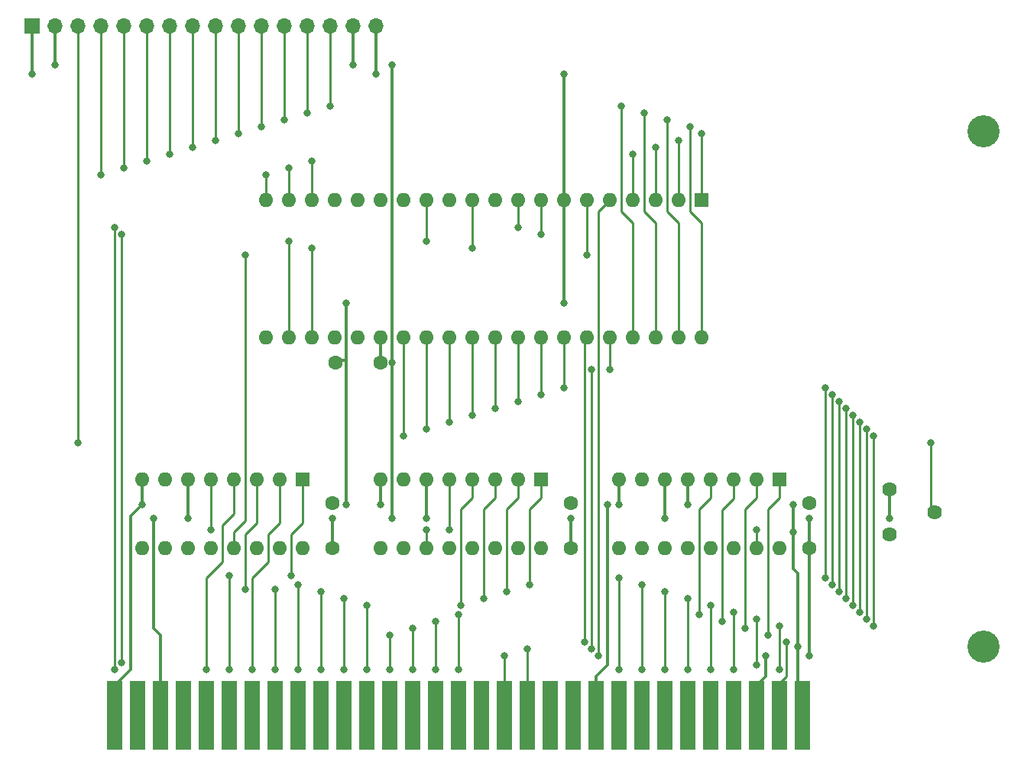
<source format=gbr>
G04 #@! TF.GenerationSoftware,KiCad,Pcbnew,(5.1.8)-1*
G04 #@! TF.CreationDate,2022-04-25T13:15:40-06:00*
G04 #@! TF.ProjectId,LCD 8255,4c434420-3832-4353-952e-6b696361645f,rev?*
G04 #@! TF.SameCoordinates,Original*
G04 #@! TF.FileFunction,Copper,L2,Bot*
G04 #@! TF.FilePolarity,Positive*
%FSLAX46Y46*%
G04 Gerber Fmt 4.6, Leading zero omitted, Abs format (unit mm)*
G04 Created by KiCad (PCBNEW (5.1.8)-1) date 2022-04-25 13:15:40*
%MOMM*%
%LPD*%
G01*
G04 APERTURE LIST*
G04 #@! TA.AperFunction,ConnectorPad*
%ADD10R,1.780000X7.620000*%
G04 #@! TD*
G04 #@! TA.AperFunction,ComponentPad*
%ADD11C,3.556000*%
G04 #@! TD*
G04 #@! TA.AperFunction,ComponentPad*
%ADD12C,1.620000*%
G04 #@! TD*
G04 #@! TA.AperFunction,ComponentPad*
%ADD13O,1.600000X1.600000*%
G04 #@! TD*
G04 #@! TA.AperFunction,ComponentPad*
%ADD14R,1.600000X1.600000*%
G04 #@! TD*
G04 #@! TA.AperFunction,ComponentPad*
%ADD15O,1.700000X1.700000*%
G04 #@! TD*
G04 #@! TA.AperFunction,ComponentPad*
%ADD16R,1.700000X1.700000*%
G04 #@! TD*
G04 #@! TA.AperFunction,ComponentPad*
%ADD17C,1.600000*%
G04 #@! TD*
G04 #@! TA.AperFunction,ViaPad*
%ADD18C,0.800000*%
G04 #@! TD*
G04 #@! TA.AperFunction,Conductor*
%ADD19C,0.330200*%
G04 #@! TD*
G04 #@! TA.AperFunction,Conductor*
%ADD20C,0.250000*%
G04 #@! TD*
G04 APERTURE END LIST*
D10*
G04 #@! TO.P,J1,31*
G04 #@! TO.N,/GND*
X97028000Y-146050000D03*
G04 #@! TO.P,J1,30*
G04 #@! TO.N,Net-(J1-Pad30)*
X99568000Y-146050000D03*
G04 #@! TO.P,J1,29*
G04 #@! TO.N,/5+*
X102108000Y-146050000D03*
G04 #@! TO.P,J1,28*
G04 #@! TO.N,Net-(J1-Pad28)*
X104648000Y-146050000D03*
G04 #@! TO.P,J1,27*
G04 #@! TO.N,Net-(J1-Pad27)*
X107188000Y-146050000D03*
G04 #@! TO.P,J1,26*
G04 #@! TO.N,Net-(J1-Pad26)*
X109728000Y-146050000D03*
G04 #@! TO.P,J1,25*
G04 #@! TO.N,Net-(J1-Pad25)*
X112268000Y-146050000D03*
G04 #@! TO.P,J1,24*
G04 #@! TO.N,Net-(J1-Pad24)*
X114808000Y-146050000D03*
G04 #@! TO.P,J1,23*
G04 #@! TO.N,Net-(J1-Pad23)*
X117348000Y-146050000D03*
G04 #@! TO.P,J1,22*
G04 #@! TO.N,Net-(J1-Pad22)*
X119888000Y-146050000D03*
G04 #@! TO.P,J1,21*
G04 #@! TO.N,Net-(J1-Pad21)*
X122428000Y-146050000D03*
G04 #@! TO.P,J1,20*
G04 #@! TO.N,Net-(J1-Pad20)*
X124968000Y-146050000D03*
G04 #@! TO.P,J1,19*
G04 #@! TO.N,Net-(J1-Pad19)*
X127508000Y-146050000D03*
G04 #@! TO.P,J1,18*
G04 #@! TO.N,Net-(J1-Pad18)*
X130048000Y-146050000D03*
G04 #@! TO.P,J1,17*
G04 #@! TO.N,Net-(J1-Pad17)*
X132588000Y-146050000D03*
G04 #@! TO.P,J1,16*
G04 #@! TO.N,Net-(J1-Pad16)*
X135128000Y-146050000D03*
G04 #@! TO.P,J1,15*
G04 #@! TO.N,Net-(J1-Pad15)*
X137668000Y-146050000D03*
G04 #@! TO.P,J1,14*
G04 #@! TO.N,/IORD*
X140208000Y-146050000D03*
G04 #@! TO.P,J1,13*
G04 #@! TO.N,/IOWR*
X142748000Y-146050000D03*
G04 #@! TO.P,J1,12*
G04 #@! TO.N,Net-(J1-Pad12)*
X145288000Y-146050000D03*
G04 #@! TO.P,J1,11*
G04 #@! TO.N,Net-(J1-Pad11)*
X147828000Y-146050000D03*
G04 #@! TO.P,J1,10*
G04 #@! TO.N,/GND*
X150368000Y-146050000D03*
G04 #@! TO.P,J1,9*
G04 #@! TO.N,Net-(J1-Pad9)*
X152908000Y-146050000D03*
G04 #@! TO.P,J1,8*
G04 #@! TO.N,Net-(J1-Pad8)*
X155448000Y-146050000D03*
G04 #@! TO.P,J1,7*
G04 #@! TO.N,Net-(J1-Pad7)*
X157988000Y-146050000D03*
G04 #@! TO.P,J1,6*
G04 #@! TO.N,Net-(J1-Pad6)*
X160528000Y-146050000D03*
G04 #@! TO.P,J1,5*
G04 #@! TO.N,Net-(J1-Pad5)*
X163068000Y-146050000D03*
G04 #@! TO.P,J1,4*
G04 #@! TO.N,Net-(J1-Pad4)*
X165608000Y-146050000D03*
G04 #@! TO.P,J1,3*
G04 #@! TO.N,/5+*
X168148000Y-146050000D03*
G04 #@! TO.P,J1,2*
G04 #@! TO.N,/RESET*
X170688000Y-146050000D03*
G04 #@! TO.P,J1,1*
G04 #@! TO.N,/GND*
X173228000Y-146050000D03*
G04 #@! TD*
D11*
G04 #@! TO.P,R,1*
G04 #@! TO.N,/GND*
X193294000Y-138430000D03*
G04 #@! TD*
G04 #@! TO.P,R,1*
G04 #@! TO.N,N/C*
X193294000Y-81280000D03*
G04 #@! TD*
D12*
G04 #@! TO.P,RV1,1*
G04 #@! TO.N,/GND*
X182880000Y-125984000D03*
G04 #@! TO.P,RV1,2*
G04 #@! TO.N,/CONTRAST*
X187880000Y-123484000D03*
G04 #@! TO.P,RV1,3*
G04 #@! TO.N,/5+*
X182880000Y-120984000D03*
G04 #@! TD*
D13*
G04 #@! TO.P,U4,40*
G04 #@! TO.N,/PA4*
X162052000Y-104140000D03*
G04 #@! TO.P,U4,20*
G04 #@! TO.N,/LCD_RS*
X113792000Y-88900000D03*
G04 #@! TO.P,U4,39*
G04 #@! TO.N,/PA5*
X159512000Y-104140000D03*
G04 #@! TO.P,U4,19*
G04 #@! TO.N,/LCD_RW*
X116332000Y-88900000D03*
G04 #@! TO.P,U4,38*
G04 #@! TO.N,/PA6*
X156972000Y-104140000D03*
G04 #@! TO.P,U4,18*
G04 #@! TO.N,/LCD_EN*
X118872000Y-88900000D03*
G04 #@! TO.P,U4,37*
G04 #@! TO.N,/PA7*
X154432000Y-104140000D03*
G04 #@! TO.P,U4,17*
G04 #@! TO.N,Net-(U4-Pad17)*
X121412000Y-88900000D03*
G04 #@! TO.P,U4,36*
G04 #@! TO.N,/IOWR*
X151892000Y-104140000D03*
G04 #@! TO.P,U4,16*
G04 #@! TO.N,Net-(U4-Pad16)*
X123952000Y-88900000D03*
G04 #@! TO.P,U4,35*
G04 #@! TO.N,/RESET*
X149352000Y-104140000D03*
G04 #@! TO.P,U4,15*
G04 #@! TO.N,Net-(U4-Pad15)*
X126492000Y-88900000D03*
G04 #@! TO.P,U4,34*
G04 #@! TO.N,/D0*
X146812000Y-104140000D03*
G04 #@! TO.P,U4,14*
G04 #@! TO.N,Net-(U4-Pad14)*
X129032000Y-88900000D03*
G04 #@! TO.P,U4,33*
G04 #@! TO.N,/D1*
X144272000Y-104140000D03*
G04 #@! TO.P,U4,13*
G04 #@! TO.N,/STBA*
X131572000Y-88900000D03*
G04 #@! TO.P,U4,32*
G04 #@! TO.N,/D2*
X141732000Y-104140000D03*
G04 #@! TO.P,U4,12*
G04 #@! TO.N,Net-(U4-Pad12)*
X134112000Y-88900000D03*
G04 #@! TO.P,U4,31*
G04 #@! TO.N,/D3*
X139192000Y-104140000D03*
G04 #@! TO.P,U4,11*
G04 #@! TO.N,/ACKA*
X136652000Y-88900000D03*
G04 #@! TO.P,U4,30*
G04 #@! TO.N,/D4*
X136652000Y-104140000D03*
G04 #@! TO.P,U4,10*
G04 #@! TO.N,Net-(U4-Pad10)*
X139192000Y-88900000D03*
G04 #@! TO.P,U4,29*
G04 #@! TO.N,/D5*
X134112000Y-104140000D03*
G04 #@! TO.P,U4,9*
G04 #@! TO.N,/A0*
X141732000Y-88900000D03*
G04 #@! TO.P,U4,28*
G04 #@! TO.N,/D6*
X131572000Y-104140000D03*
G04 #@! TO.P,U4,8*
G04 #@! TO.N,/A1*
X144272000Y-88900000D03*
G04 #@! TO.P,U4,27*
G04 #@! TO.N,/D7*
X129032000Y-104140000D03*
G04 #@! TO.P,U4,7*
G04 #@! TO.N,/GND*
X146812000Y-88900000D03*
G04 #@! TO.P,U4,26*
G04 #@! TO.N,/5+*
X126492000Y-104140000D03*
G04 #@! TO.P,U4,6*
G04 #@! TO.N,/0X044X*
X149352000Y-88900000D03*
G04 #@! TO.P,U4,25*
G04 #@! TO.N,Net-(U4-Pad25)*
X123952000Y-104140000D03*
G04 #@! TO.P,U4,5*
G04 #@! TO.N,/IORD*
X151892000Y-88900000D03*
G04 #@! TO.P,U4,24*
G04 #@! TO.N,Net-(U4-Pad24)*
X121412000Y-104140000D03*
G04 #@! TO.P,U4,4*
G04 #@! TO.N,/PA0*
X154432000Y-88900000D03*
G04 #@! TO.P,U4,23*
G04 #@! TO.N,/ACKA*
X118872000Y-104140000D03*
G04 #@! TO.P,U4,3*
G04 #@! TO.N,/PA1*
X156972000Y-88900000D03*
G04 #@! TO.P,U4,22*
G04 #@! TO.N,/STBA*
X116332000Y-104140000D03*
G04 #@! TO.P,U4,2*
G04 #@! TO.N,/PA2*
X159512000Y-88900000D03*
G04 #@! TO.P,U4,21*
G04 #@! TO.N,Net-(U4-Pad21)*
X113792000Y-104140000D03*
D14*
G04 #@! TO.P,U4,1*
G04 #@! TO.N,/PA3*
X162052000Y-88900000D03*
G04 #@! TD*
D13*
G04 #@! TO.P,U3,16*
G04 #@! TO.N,/5+*
X117856000Y-127508000D03*
G04 #@! TO.P,U3,8*
G04 #@! TO.N,/GND*
X100076000Y-119888000D03*
G04 #@! TO.P,U3,15*
G04 #@! TO.N,Net-(U3-Pad15)*
X115316000Y-127508000D03*
G04 #@! TO.P,U3,7*
G04 #@! TO.N,Net-(U3-Pad7)*
X102616000Y-119888000D03*
G04 #@! TO.P,U3,14*
G04 #@! TO.N,Net-(U3-Pad14)*
X112776000Y-127508000D03*
G04 #@! TO.P,U3,6*
G04 #@! TO.N,/5+*
X105156000Y-119888000D03*
G04 #@! TO.P,U3,13*
G04 #@! TO.N,/0X044X*
X110236000Y-127508000D03*
G04 #@! TO.P,U3,5*
G04 #@! TO.N,/0X04XX*
X107696000Y-119888000D03*
G04 #@! TO.P,U3,12*
G04 #@! TO.N,Net-(U3-Pad12)*
X107696000Y-127508000D03*
G04 #@! TO.P,U3,4*
G04 #@! TO.N,/A4*
X110236000Y-119888000D03*
G04 #@! TO.P,U3,11*
G04 #@! TO.N,Net-(U3-Pad11)*
X105156000Y-127508000D03*
G04 #@! TO.P,U3,3*
G04 #@! TO.N,/A7*
X112776000Y-119888000D03*
G04 #@! TO.P,U3,10*
G04 #@! TO.N,Net-(U3-Pad10)*
X102616000Y-127508000D03*
G04 #@! TO.P,U3,2*
G04 #@! TO.N,/A6*
X115316000Y-119888000D03*
G04 #@! TO.P,U3,9*
G04 #@! TO.N,Net-(U3-Pad9)*
X100076000Y-127508000D03*
D14*
G04 #@! TO.P,U3,1*
G04 #@! TO.N,/A5*
X117856000Y-119888000D03*
G04 #@! TD*
D13*
G04 #@! TO.P,U2,16*
G04 #@! TO.N,/5+*
X144272000Y-127508000D03*
G04 #@! TO.P,U2,8*
G04 #@! TO.N,/GND*
X126492000Y-119888000D03*
G04 #@! TO.P,U2,15*
G04 #@! TO.N,Net-(U2-Pad15)*
X141732000Y-127508000D03*
G04 #@! TO.P,U2,7*
G04 #@! TO.N,Net-(U2-Pad7)*
X129032000Y-119888000D03*
G04 #@! TO.P,U2,14*
G04 #@! TO.N,Net-(U2-Pad14)*
X139192000Y-127508000D03*
G04 #@! TO.P,U2,6*
G04 #@! TO.N,/5+*
X131572000Y-119888000D03*
G04 #@! TO.P,U2,13*
G04 #@! TO.N,Net-(U2-Pad13)*
X136652000Y-127508000D03*
G04 #@! TO.P,U2,5*
G04 #@! TO.N,/0X0XXX*
X134112000Y-119888000D03*
G04 #@! TO.P,U2,12*
G04 #@! TO.N,Net-(U2-Pad12)*
X134112000Y-127508000D03*
G04 #@! TO.P,U2,4*
G04 #@! TO.N,/A11*
X136652000Y-119888000D03*
G04 #@! TO.P,U2,11*
G04 #@! TO.N,/0X04XX*
X131572000Y-127508000D03*
G04 #@! TO.P,U2,3*
G04 #@! TO.N,/A10*
X139192000Y-119888000D03*
G04 #@! TO.P,U2,10*
G04 #@! TO.N,Net-(U2-Pad10)*
X129032000Y-127508000D03*
G04 #@! TO.P,U2,2*
G04 #@! TO.N,/A9*
X141732000Y-119888000D03*
G04 #@! TO.P,U2,9*
G04 #@! TO.N,Net-(U2-Pad9)*
X126492000Y-127508000D03*
D14*
G04 #@! TO.P,U2,1*
G04 #@! TO.N,/A8*
X144272000Y-119888000D03*
G04 #@! TD*
D13*
G04 #@! TO.P,U1,16*
G04 #@! TO.N,/5+*
X170688000Y-127508000D03*
G04 #@! TO.P,U1,8*
G04 #@! TO.N,/GND*
X152908000Y-119888000D03*
G04 #@! TO.P,U1,15*
G04 #@! TO.N,/0X0XXX*
X168148000Y-127508000D03*
G04 #@! TO.P,U1,7*
G04 #@! TO.N,Net-(U1-Pad7)*
X155448000Y-119888000D03*
G04 #@! TO.P,U1,14*
G04 #@! TO.N,Net-(U1-Pad14)*
X165608000Y-127508000D03*
G04 #@! TO.P,U1,6*
G04 #@! TO.N,/5+*
X157988000Y-119888000D03*
G04 #@! TO.P,U1,13*
G04 #@! TO.N,Net-(U1-Pad13)*
X163068000Y-127508000D03*
G04 #@! TO.P,U1,5*
G04 #@! TO.N,/GND*
X160528000Y-119888000D03*
G04 #@! TO.P,U1,12*
G04 #@! TO.N,Net-(U1-Pad12)*
X160528000Y-127508000D03*
G04 #@! TO.P,U1,4*
G04 #@! TO.N,/A15*
X163068000Y-119888000D03*
G04 #@! TO.P,U1,11*
G04 #@! TO.N,Net-(U1-Pad11)*
X157988000Y-127508000D03*
G04 #@! TO.P,U1,3*
G04 #@! TO.N,/A14*
X165608000Y-119888000D03*
G04 #@! TO.P,U1,10*
G04 #@! TO.N,Net-(U1-Pad10)*
X155448000Y-127508000D03*
G04 #@! TO.P,U1,2*
G04 #@! TO.N,/A13*
X168148000Y-119888000D03*
G04 #@! TO.P,U1,9*
G04 #@! TO.N,Net-(U1-Pad9)*
X152908000Y-127508000D03*
D14*
G04 #@! TO.P,U1,1*
G04 #@! TO.N,/A12*
X170688000Y-119888000D03*
G04 #@! TD*
D15*
G04 #@! TO.P,J2,16*
G04 #@! TO.N,/GND*
X125984000Y-69596000D03*
G04 #@! TO.P,J2,15*
G04 #@! TO.N,/5+*
X123444000Y-69596000D03*
G04 #@! TO.P,J2,14*
G04 #@! TO.N,/PA7*
X120904000Y-69596000D03*
G04 #@! TO.P,J2,13*
G04 #@! TO.N,/PA6*
X118364000Y-69596000D03*
G04 #@! TO.P,J2,12*
G04 #@! TO.N,/PA5*
X115824000Y-69596000D03*
G04 #@! TO.P,J2,11*
G04 #@! TO.N,/PA4*
X113284000Y-69596000D03*
G04 #@! TO.P,J2,10*
G04 #@! TO.N,/PA3*
X110744000Y-69596000D03*
G04 #@! TO.P,J2,9*
G04 #@! TO.N,/PA2*
X108204000Y-69596000D03*
G04 #@! TO.P,J2,8*
G04 #@! TO.N,/PA1*
X105664000Y-69596000D03*
G04 #@! TO.P,J2,7*
G04 #@! TO.N,/PA0*
X103124000Y-69596000D03*
G04 #@! TO.P,J2,6*
G04 #@! TO.N,/LCD_EN*
X100584000Y-69596000D03*
G04 #@! TO.P,J2,5*
G04 #@! TO.N,/LCD_RW*
X98044000Y-69596000D03*
G04 #@! TO.P,J2,4*
G04 #@! TO.N,/LCD_RS*
X95504000Y-69596000D03*
G04 #@! TO.P,J2,3*
G04 #@! TO.N,/CONTRAST*
X92964000Y-69596000D03*
G04 #@! TO.P,J2,2*
G04 #@! TO.N,/5+*
X90424000Y-69596000D03*
D16*
G04 #@! TO.P,J2,1*
G04 #@! TO.N,/GND*
X87884000Y-69596000D03*
G04 #@! TD*
D17*
G04 #@! TO.P,C4,2*
G04 #@! TO.N,/5+*
X173990000Y-127508000D03*
G04 #@! TO.P,C4,1*
G04 #@! TO.N,/GND*
X173990000Y-122508000D03*
G04 #@! TD*
G04 #@! TO.P,C3,2*
G04 #@! TO.N,/5+*
X147574000Y-127508000D03*
G04 #@! TO.P,C3,1*
G04 #@! TO.N,/GND*
X147574000Y-122508000D03*
G04 #@! TD*
G04 #@! TO.P,C2,2*
G04 #@! TO.N,/5+*
X121158000Y-127508000D03*
G04 #@! TO.P,C2,1*
G04 #@! TO.N,/GND*
X121158000Y-122508000D03*
G04 #@! TD*
G04 #@! TO.P,C1,2*
G04 #@! TO.N,/5+*
X126492000Y-106934000D03*
G04 #@! TO.P,C1,1*
G04 #@! TO.N,/GND*
X121492000Y-106934000D03*
G04 #@! TD*
D18*
G04 #@! TO.N,/5+*
X127762000Y-106934000D03*
X127762000Y-73914000D03*
X90424000Y-73914000D03*
X123444000Y-73914000D03*
X121158000Y-124206000D03*
X182880000Y-124206000D03*
X173990000Y-124206000D03*
X157988000Y-124206000D03*
X147574000Y-124206000D03*
X131572000Y-124206000D03*
X105156000Y-124206000D03*
X127762000Y-124206000D03*
X173990000Y-139446000D03*
X169164000Y-139446000D03*
X101346000Y-124206000D03*
G04 #@! TO.N,/GND*
X146812000Y-74930000D03*
X87884000Y-74930000D03*
X125984000Y-74930000D03*
X100076000Y-122682000D03*
X152908000Y-122682000D03*
X160528000Y-122682000D03*
X126492000Y-122682000D03*
X172212000Y-122682000D03*
X172212000Y-125730000D03*
X172720000Y-138430000D03*
X146812000Y-100330000D03*
X122682000Y-100330000D03*
X122682000Y-122682000D03*
X151638000Y-122682000D03*
G04 #@! TO.N,/A0*
X97028000Y-140970000D03*
X97028000Y-91948000D03*
X141732000Y-91948000D03*
G04 #@! TO.N,/A1*
X97790000Y-140208000D03*
X97790000Y-92710000D03*
X144272000Y-92710000D03*
G04 #@! TO.N,/A4*
X107188000Y-140970000D03*
G04 #@! TO.N,/A5*
X109728000Y-140970000D03*
X109728000Y-130556000D03*
X116586000Y-130556000D03*
G04 #@! TO.N,/A6*
X112268000Y-140970000D03*
G04 #@! TO.N,/A7*
X114808000Y-140970000D03*
X114808000Y-132080000D03*
X111506000Y-132080000D03*
G04 #@! TO.N,/A8*
X117348000Y-140970000D03*
X117348000Y-131572000D03*
X143002000Y-131572000D03*
G04 #@! TO.N,/A9*
X119888000Y-140970000D03*
X119888000Y-132334000D03*
X140462000Y-132334000D03*
G04 #@! TO.N,/A10*
X122428000Y-140970000D03*
X122428000Y-133096000D03*
X137922000Y-133096000D03*
G04 #@! TO.N,/A11*
X124968000Y-140970000D03*
X124968000Y-133858000D03*
X135382000Y-133858000D03*
G04 #@! TO.N,/A12*
X127508000Y-140970000D03*
X169418000Y-137160000D03*
X127508000Y-137160000D03*
G04 #@! TO.N,/A13*
X130048000Y-140970000D03*
X166878000Y-136398000D03*
X130048000Y-136398000D03*
G04 #@! TO.N,/A14*
X132588000Y-140970000D03*
X164338000Y-135636000D03*
X132588000Y-135636000D03*
G04 #@! TO.N,/A15*
X135128000Y-140970000D03*
X161798000Y-134874000D03*
X135128000Y-134874000D03*
G04 #@! TO.N,/IORD*
X140208000Y-139446000D03*
X150622000Y-139446000D03*
G04 #@! TO.N,/IOWR*
X142748000Y-138684000D03*
X151892000Y-107696000D03*
X149860000Y-107696000D03*
X149860000Y-138684000D03*
G04 #@! TO.N,/RESET*
X149098000Y-137922000D03*
X171450000Y-137922000D03*
G04 #@! TO.N,/PA7*
X153162000Y-78486000D03*
X120904000Y-78486000D03*
G04 #@! TO.N,/PA6*
X155702000Y-79248000D03*
X118364000Y-79248000D03*
G04 #@! TO.N,/PA5*
X158242000Y-80010000D03*
X115824000Y-80010000D03*
G04 #@! TO.N,/PA4*
X160782000Y-80772000D03*
X113284000Y-80772000D03*
G04 #@! TO.N,/PA3*
X162052000Y-81534000D03*
X110744000Y-81534000D03*
G04 #@! TO.N,/PA2*
X159512000Y-82296000D03*
X108204000Y-82296000D03*
G04 #@! TO.N,/PA1*
X156972000Y-83058000D03*
X105664000Y-83058000D03*
G04 #@! TO.N,/PA0*
X154432000Y-83820000D03*
X103124000Y-83820000D03*
G04 #@! TO.N,/LCD_EN*
X118872000Y-84582000D03*
X100584000Y-84582000D03*
G04 #@! TO.N,/LCD_RW*
X116332000Y-85344000D03*
X98044000Y-85344000D03*
G04 #@! TO.N,/LCD_RS*
X113792000Y-86106000D03*
X95504000Y-86106000D03*
G04 #@! TO.N,/CONTRAST*
X187452000Y-115824000D03*
X92964000Y-115824000D03*
G04 #@! TO.N,/0X0XXX*
X134112000Y-125476000D03*
X168148000Y-125476000D03*
G04 #@! TO.N,/0X04XX*
X131572000Y-125476000D03*
X107696000Y-125476000D03*
G04 #@! TO.N,/0X044X*
X149352000Y-94996000D03*
X111506000Y-94996000D03*
G04 #@! TO.N,/D0*
X175768000Y-130810000D03*
X175768000Y-109728000D03*
X146812000Y-109728000D03*
X152908000Y-140970000D03*
X152908000Y-130810000D03*
G04 #@! TO.N,/D1*
X176530000Y-131572000D03*
X176530000Y-110490000D03*
X144272000Y-110490000D03*
X155448000Y-140970000D03*
X155448000Y-131572000D03*
G04 #@! TO.N,/STBA*
X131572000Y-93472000D03*
X116332000Y-93472000D03*
G04 #@! TO.N,/D2*
X177292000Y-132334000D03*
X177292000Y-111252000D03*
X141732000Y-111252000D03*
X157988000Y-140970000D03*
X157988000Y-132334000D03*
G04 #@! TO.N,/D3*
X178054000Y-133096000D03*
X178054000Y-112014000D03*
X139192000Y-112014000D03*
X160528000Y-140970000D03*
X160528000Y-133096000D03*
G04 #@! TO.N,/ACKA*
X136652000Y-94234000D03*
X118872000Y-94234000D03*
G04 #@! TO.N,/D4*
X178816000Y-133858000D03*
X178816000Y-112776000D03*
X136652000Y-112776000D03*
X163068000Y-140970000D03*
X163068000Y-133858000D03*
G04 #@! TO.N,/D5*
X179578000Y-134620000D03*
X179578000Y-113538000D03*
X134112000Y-113538000D03*
X165608000Y-140970000D03*
X165608000Y-134620000D03*
G04 #@! TO.N,/D6*
X180340000Y-135382000D03*
X180340000Y-114300000D03*
X131572000Y-114300000D03*
X168148000Y-135382000D03*
X168148014Y-140462000D03*
G04 #@! TO.N,/D7*
X181102000Y-136144000D03*
X181102000Y-115062000D03*
X129032000Y-115062000D03*
X170688000Y-140970000D03*
X170688000Y-136144000D03*
G04 #@! TD*
D19*
G04 #@! TO.N,/5+*
X126492000Y-104140000D02*
X126492000Y-106934000D01*
X127762000Y-106934000D02*
X127762000Y-73914000D01*
X90424000Y-73914000D02*
X90424000Y-69596000D01*
X123444000Y-69596000D02*
X123444000Y-73914000D01*
X121158000Y-127508000D02*
X121158000Y-124206000D01*
X105156000Y-119888000D02*
X105156000Y-124206000D01*
X131572000Y-119888000D02*
X131572000Y-124206000D01*
X147574000Y-124206000D02*
X147574000Y-127508000D01*
X157988000Y-124206000D02*
X157988000Y-119888000D01*
X173990000Y-124206000D02*
X173990000Y-127508000D01*
X182880000Y-124206000D02*
X182880000Y-120984000D01*
X127762000Y-106934000D02*
X127762000Y-124206000D01*
X173990000Y-127508000D02*
X173990000Y-139446000D01*
X169164000Y-141732000D02*
X169164000Y-139446000D01*
X168148000Y-142748000D02*
X169164000Y-141732000D01*
X168148000Y-146050000D02*
X168148000Y-142748000D01*
X102108000Y-137160000D02*
X102108000Y-146050000D01*
X102108000Y-137160000D02*
X101346000Y-136398000D01*
X101346000Y-136398000D02*
X101346000Y-124206000D01*
G04 #@! TO.N,/GND*
X146812000Y-88900000D02*
X146812000Y-74930000D01*
X87884000Y-69596000D02*
X87884000Y-74930000D01*
X125984000Y-69596000D02*
X125984000Y-74930000D01*
X100076000Y-119888000D02*
X100076000Y-122682000D01*
X152908000Y-119888000D02*
X152908000Y-122682000D01*
X160528000Y-119888000D02*
X160528000Y-122682000D01*
X126492000Y-119888000D02*
X126492000Y-122682000D01*
X172212000Y-129794000D02*
X172212000Y-125730000D01*
X172720000Y-130302000D02*
X172212000Y-129794000D01*
X172720000Y-145542000D02*
X172720000Y-130302000D01*
X173228000Y-146050000D02*
X172720000Y-145542000D01*
X172212000Y-125730000D02*
X172212000Y-122682000D01*
X146812000Y-88900000D02*
X146812000Y-100330000D01*
X121746000Y-106680000D02*
X121492000Y-106934000D01*
X122682000Y-106680000D02*
X121746000Y-106680000D01*
X122682000Y-100330000D02*
X122682000Y-106680000D01*
X122682000Y-106680000D02*
X122682000Y-122682000D01*
X97028000Y-142748000D02*
X97028000Y-146050000D01*
X98806000Y-140970000D02*
X97028000Y-142748000D01*
X98806000Y-123952000D02*
X98806000Y-140970000D01*
X100076000Y-122682000D02*
X98806000Y-123952000D01*
X151638000Y-122682000D02*
X151638000Y-140462000D01*
X150368000Y-141732000D02*
X150368000Y-146050000D01*
X151638000Y-140462000D02*
X150368000Y-141732000D01*
D20*
G04 #@! TO.N,/A0*
X97028000Y-140970000D02*
X97028000Y-91948000D01*
X141732000Y-88900000D02*
X141732000Y-91948000D01*
G04 #@! TO.N,/A1*
X97790000Y-140208000D02*
X97790000Y-92710000D01*
X144272000Y-88900000D02*
X144272000Y-92710000D01*
G04 #@! TO.N,/A4*
X110236000Y-123698000D02*
X110236000Y-119888000D01*
X108966000Y-124968000D02*
X110236000Y-123698000D01*
X108966000Y-129032000D02*
X108966000Y-124968000D01*
X107188000Y-130810000D02*
X108966000Y-129032000D01*
X107188000Y-140970000D02*
X107188000Y-130810000D01*
G04 #@! TO.N,/A5*
X109728000Y-140970000D02*
X109728000Y-130556000D01*
X117856000Y-119888000D02*
X117856000Y-124714000D01*
X117856000Y-124714000D02*
X116586000Y-125984000D01*
X116586000Y-125984000D02*
X116586000Y-130556000D01*
G04 #@! TO.N,/A6*
X114046000Y-125984000D02*
X115316000Y-124714000D01*
X114046000Y-129032000D02*
X114046000Y-125984000D01*
X112268000Y-130810000D02*
X114046000Y-129032000D01*
X115316000Y-124714000D02*
X115316000Y-119888000D01*
X112268000Y-140970000D02*
X112268000Y-130810000D01*
G04 #@! TO.N,/A7*
X114808000Y-140970000D02*
X114808000Y-132080000D01*
X112776000Y-119888000D02*
X112776000Y-124714000D01*
X112776000Y-124714000D02*
X111506000Y-125984000D01*
X111506000Y-125984000D02*
X111506000Y-132080000D01*
G04 #@! TO.N,/A8*
X117348000Y-140970000D02*
X117348000Y-131572000D01*
X143002000Y-131572000D02*
X143002000Y-123190000D01*
X144272000Y-121920000D02*
X144272000Y-119888000D01*
X143002000Y-123190000D02*
X144272000Y-121920000D01*
G04 #@! TO.N,/A9*
X119888000Y-140970000D02*
X119888000Y-132334000D01*
X140462000Y-123190000D02*
X140462000Y-132334000D01*
X141732000Y-121920000D02*
X140462000Y-123190000D01*
X141732000Y-119888000D02*
X141732000Y-121920000D01*
G04 #@! TO.N,/A10*
X122428000Y-140970000D02*
X122428000Y-133096000D01*
X137922000Y-133096000D02*
X137922000Y-123190000D01*
X137922000Y-123190000D02*
X139192000Y-121920000D01*
X139192000Y-121920000D02*
X139192000Y-119888000D01*
G04 #@! TO.N,/A11*
X124968000Y-140970000D02*
X124968000Y-133858000D01*
X135382000Y-123190000D02*
X135382000Y-133858000D01*
X136652000Y-121920000D02*
X135382000Y-123190000D01*
X136652000Y-119888000D02*
X136652000Y-121920000D01*
G04 #@! TO.N,/A12*
X170688000Y-119888000D02*
X170688000Y-121920000D01*
X170688000Y-121920000D02*
X169418000Y-123190000D01*
X169418000Y-123190000D02*
X169418000Y-137160000D01*
X127508000Y-137160000D02*
X127508000Y-140970000D01*
G04 #@! TO.N,/A13*
X166878000Y-123190000D02*
X166878000Y-136398000D01*
X168148000Y-121920000D02*
X166878000Y-123190000D01*
X168148000Y-119888000D02*
X168148000Y-121920000D01*
X130048000Y-136398000D02*
X130048000Y-140970000D01*
G04 #@! TO.N,/A14*
X164338000Y-123253500D02*
X164338000Y-135636000D01*
X165608000Y-121983500D02*
X164338000Y-123253500D01*
X165608000Y-119888000D02*
X165608000Y-121983500D01*
X132588000Y-135636000D02*
X132588000Y-140970000D01*
G04 #@! TO.N,/A15*
X163068000Y-119888000D02*
X163068000Y-121920000D01*
X163068000Y-121920000D02*
X161798000Y-123190000D01*
X161798000Y-123190000D02*
X161798000Y-134874000D01*
X135128000Y-134874000D02*
X135128000Y-140970000D01*
G04 #@! TO.N,/IORD*
X140208000Y-146050000D02*
X140208000Y-139446000D01*
X151892000Y-88900000D02*
X150622000Y-90170000D01*
X150622000Y-90170000D02*
X150622000Y-139446000D01*
G04 #@! TO.N,/IOWR*
X142748000Y-146050000D02*
X142748000Y-138684000D01*
X151892000Y-104140000D02*
X151892000Y-107696000D01*
X149860000Y-107696000D02*
X149860000Y-138684000D01*
G04 #@! TO.N,/RESET*
X149352000Y-104140000D02*
X149098000Y-104394000D01*
X149098000Y-104394000D02*
X149098000Y-137922000D01*
X170688000Y-142494000D02*
X170688000Y-146050000D01*
X171450000Y-141732000D02*
X170688000Y-142494000D01*
X171450000Y-137922000D02*
X171450000Y-141732000D01*
G04 #@! TO.N,/PA7*
X153162000Y-90170000D02*
X153162000Y-78486000D01*
X154432000Y-91440000D02*
X153162000Y-90170000D01*
X154432000Y-104140000D02*
X154432000Y-91440000D01*
X120904000Y-69596000D02*
X120904000Y-78486000D01*
G04 #@! TO.N,/PA6*
X155702000Y-90170000D02*
X155702000Y-79248000D01*
X156972000Y-91440000D02*
X155702000Y-90170000D01*
X156972000Y-104140000D02*
X156972000Y-91440000D01*
X118364000Y-69596000D02*
X118364000Y-79248000D01*
G04 #@! TO.N,/PA5*
X158242000Y-90170000D02*
X158242000Y-80010000D01*
X159512000Y-91440000D02*
X158242000Y-90170000D01*
X159512000Y-104140000D02*
X159512000Y-91440000D01*
X115824000Y-69596000D02*
X115824000Y-80010000D01*
G04 #@! TO.N,/PA4*
X160782000Y-90170000D02*
X160782000Y-80772000D01*
X162052000Y-91440000D02*
X160782000Y-90170000D01*
X162052000Y-104140000D02*
X162052000Y-91440000D01*
X113284000Y-69596000D02*
X113284000Y-80772000D01*
G04 #@! TO.N,/PA3*
X162052000Y-88900000D02*
X162052000Y-81534000D01*
X110744000Y-69596000D02*
X110744000Y-81534000D01*
G04 #@! TO.N,/PA2*
X159512000Y-88900000D02*
X159512000Y-82296000D01*
X108204000Y-69596000D02*
X108204000Y-82296000D01*
G04 #@! TO.N,/PA1*
X156972000Y-88900000D02*
X156972000Y-83058000D01*
X105664000Y-69596000D02*
X105664000Y-83058000D01*
G04 #@! TO.N,/PA0*
X154432000Y-88900000D02*
X154432000Y-83820000D01*
X103124000Y-69596000D02*
X103124000Y-83820000D01*
G04 #@! TO.N,/LCD_EN*
X118872000Y-88900000D02*
X118872000Y-84582000D01*
X100584000Y-84582000D02*
X100584000Y-69596000D01*
G04 #@! TO.N,/LCD_RW*
X116332000Y-88900000D02*
X116332000Y-85344000D01*
X98044000Y-69596000D02*
X98044000Y-85344000D01*
G04 #@! TO.N,/LCD_RS*
X113792000Y-88900000D02*
X113792000Y-86106000D01*
X95504000Y-86106000D02*
X95504000Y-69596000D01*
G04 #@! TO.N,/CONTRAST*
X187880000Y-123484000D02*
X187880000Y-123364000D01*
X187880000Y-123364000D02*
X187452000Y-122936000D01*
X187452000Y-122936000D02*
X187452000Y-115824000D01*
X92964000Y-115824000D02*
X92964000Y-69596000D01*
G04 #@! TO.N,/0X0XXX*
X134112000Y-119888000D02*
X134112000Y-125476000D01*
X168148000Y-125476000D02*
X168148000Y-127508000D01*
G04 #@! TO.N,/0X04XX*
X131572000Y-127508000D02*
X131572000Y-125476000D01*
X107696000Y-119888000D02*
X107696000Y-125476000D01*
G04 #@! TO.N,/0X044X*
X149352000Y-88900000D02*
X149352000Y-94996000D01*
X110236000Y-127508000D02*
X110236000Y-125730000D01*
X110236000Y-125730000D02*
X111506000Y-124460000D01*
X111506000Y-124460000D02*
X111506000Y-94996000D01*
G04 #@! TO.N,/D0*
X175768000Y-130810000D02*
X175768000Y-109728000D01*
X146812000Y-104140000D02*
X146812000Y-109728000D01*
X152908000Y-140970000D02*
X152908000Y-130810000D01*
G04 #@! TO.N,/D1*
X176530000Y-131572000D02*
X176530000Y-110490000D01*
X144272000Y-104140000D02*
X144272000Y-110490000D01*
X155448000Y-140970000D02*
X155448000Y-131572000D01*
G04 #@! TO.N,/STBA*
X131572000Y-88900000D02*
X131572000Y-93472000D01*
X116332000Y-93472000D02*
X116332000Y-104140000D01*
G04 #@! TO.N,/D2*
X177292000Y-132334000D02*
X177292000Y-111252000D01*
X141732000Y-104140000D02*
X141732000Y-111252000D01*
X157988000Y-140970000D02*
X157988000Y-132334000D01*
G04 #@! TO.N,/D3*
X178054000Y-133096000D02*
X178054000Y-112014000D01*
X139192000Y-104140000D02*
X139192000Y-112014000D01*
X160528000Y-140970000D02*
X160528000Y-133096000D01*
G04 #@! TO.N,/ACKA*
X136652000Y-88900000D02*
X136652000Y-94234000D01*
X118872000Y-94234000D02*
X118872000Y-104140000D01*
G04 #@! TO.N,/D4*
X178816000Y-133858000D02*
X178816000Y-112776000D01*
X136652000Y-104140000D02*
X136652000Y-112776000D01*
X163068000Y-140970000D02*
X163068000Y-133858000D01*
G04 #@! TO.N,/D5*
X179578000Y-134620000D02*
X179578000Y-113538000D01*
X134112000Y-104140000D02*
X134112000Y-113538000D01*
X165608000Y-140970000D02*
X165608000Y-134620000D01*
G04 #@! TO.N,/D6*
X180340000Y-135382000D02*
X180340000Y-114300000D01*
X131572000Y-104140000D02*
X131572000Y-114300000D01*
X168148000Y-135382000D02*
X168148000Y-140461986D01*
X168148000Y-140461986D02*
X168148014Y-140462000D01*
G04 #@! TO.N,/D7*
X181102000Y-136144000D02*
X181102000Y-115062000D01*
X129032000Y-104140000D02*
X129032000Y-115062000D01*
X170688000Y-140970000D02*
X170688000Y-136144000D01*
G04 #@! TD*
M02*

</source>
